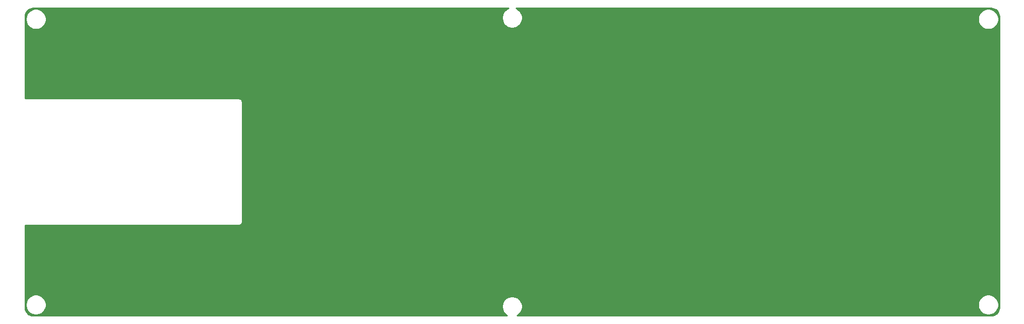
<source format=gbr>
G04 #@! TF.GenerationSoftware,KiCad,Pcbnew,(5.1.5)-3*
G04 #@! TF.CreationDate,2021-03-06T02:14:33+09:00*
G04 #@! TF.ProjectId,Kleine Gherkin,4b6c6569-6e65-4204-9768-65726b696e2e,rev?*
G04 #@! TF.SameCoordinates,Original*
G04 #@! TF.FileFunction,Copper,L1,Top*
G04 #@! TF.FilePolarity,Positive*
%FSLAX46Y46*%
G04 Gerber Fmt 4.6, Leading zero omitted, Abs format (unit mm)*
G04 Created by KiCad (PCBNEW (5.1.5)-3) date 2021-03-06 02:14:33*
%MOMM*%
%LPD*%
G04 APERTURE LIST*
%ADD10C,0.254000*%
G04 APERTURE END LIST*
D10*
G36*
X112178169Y-32262463D02*
G01*
X111894002Y-32452337D01*
X111652337Y-32694002D01*
X111462463Y-32978169D01*
X111331675Y-33293919D01*
X111265000Y-33629117D01*
X111265000Y-33970883D01*
X111331675Y-34306081D01*
X111462463Y-34621831D01*
X111652337Y-34905998D01*
X111894002Y-35147663D01*
X112178169Y-35337537D01*
X112493919Y-35468325D01*
X112829117Y-35535000D01*
X113170883Y-35535000D01*
X113506081Y-35468325D01*
X113821831Y-35337537D01*
X114105998Y-35147663D01*
X114347663Y-34905998D01*
X114537537Y-34621831D01*
X114668325Y-34306081D01*
X114735000Y-33970883D01*
X114735000Y-33829117D01*
X191265000Y-33829117D01*
X191265000Y-34170883D01*
X191331675Y-34506081D01*
X191462463Y-34821831D01*
X191652337Y-35105998D01*
X191894002Y-35347663D01*
X192178169Y-35537537D01*
X192493919Y-35668325D01*
X192829117Y-35735000D01*
X193170883Y-35735000D01*
X193506081Y-35668325D01*
X193821831Y-35537537D01*
X194105998Y-35347663D01*
X194347663Y-35105998D01*
X194537537Y-34821831D01*
X194668325Y-34506081D01*
X194735000Y-34170883D01*
X194735000Y-33829117D01*
X194668325Y-33493919D01*
X194537537Y-33178169D01*
X194347663Y-32894002D01*
X194105998Y-32652337D01*
X193821831Y-32462463D01*
X193506081Y-32331675D01*
X193170883Y-32265000D01*
X192829117Y-32265000D01*
X192493919Y-32331675D01*
X192178169Y-32462463D01*
X191894002Y-32652337D01*
X191652337Y-32894002D01*
X191462463Y-33178169D01*
X191331675Y-33493919D01*
X191265000Y-33829117D01*
X114735000Y-33829117D01*
X114735000Y-33629117D01*
X114668325Y-33293919D01*
X114537537Y-32978169D01*
X114347663Y-32694002D01*
X114105998Y-32452337D01*
X113821831Y-32262463D01*
X113634819Y-32185000D01*
X193466495Y-32185000D01*
X193754782Y-32213267D01*
X193999855Y-32287259D01*
X194225890Y-32407443D01*
X194424281Y-32569248D01*
X194587460Y-32766497D01*
X194709220Y-32991687D01*
X194784924Y-33236247D01*
X194815000Y-33522398D01*
X194815001Y-82466484D01*
X194786733Y-82754782D01*
X194712741Y-82999855D01*
X194592554Y-83225893D01*
X194430754Y-83424279D01*
X194233503Y-83587460D01*
X194008310Y-83709221D01*
X193763753Y-83784924D01*
X193477602Y-83815000D01*
X113855560Y-83815000D01*
X114105998Y-83647663D01*
X114347663Y-83405998D01*
X114537537Y-83121831D01*
X114668325Y-82806081D01*
X114735000Y-82470883D01*
X114735000Y-82129117D01*
X114675327Y-81829117D01*
X191265000Y-81829117D01*
X191265000Y-82170883D01*
X191331675Y-82506081D01*
X191462463Y-82821831D01*
X191652337Y-83105998D01*
X191894002Y-83347663D01*
X192178169Y-83537537D01*
X192493919Y-83668325D01*
X192829117Y-83735000D01*
X193170883Y-83735000D01*
X193506081Y-83668325D01*
X193821831Y-83537537D01*
X194105998Y-83347663D01*
X194347663Y-83105998D01*
X194537537Y-82821831D01*
X194668325Y-82506081D01*
X194735000Y-82170883D01*
X194735000Y-81829117D01*
X194668325Y-81493919D01*
X194537537Y-81178169D01*
X194347663Y-80894002D01*
X194105998Y-80652337D01*
X193821831Y-80462463D01*
X193506081Y-80331675D01*
X193170883Y-80265000D01*
X192829117Y-80265000D01*
X192493919Y-80331675D01*
X192178169Y-80462463D01*
X191894002Y-80652337D01*
X191652337Y-80894002D01*
X191462463Y-81178169D01*
X191331675Y-81493919D01*
X191265000Y-81829117D01*
X114675327Y-81829117D01*
X114668325Y-81793919D01*
X114537537Y-81478169D01*
X114347663Y-81194002D01*
X114105998Y-80952337D01*
X113821831Y-80762463D01*
X113506081Y-80631675D01*
X113170883Y-80565000D01*
X112829117Y-80565000D01*
X112493919Y-80631675D01*
X112178169Y-80762463D01*
X111894002Y-80952337D01*
X111652337Y-81194002D01*
X111462463Y-81478169D01*
X111331675Y-81793919D01*
X111265000Y-82129117D01*
X111265000Y-82470883D01*
X111331675Y-82806081D01*
X111462463Y-83121831D01*
X111652337Y-83405998D01*
X111894002Y-83647663D01*
X112144440Y-83815000D01*
X32533505Y-83815000D01*
X32245218Y-83786733D01*
X32000145Y-83712741D01*
X31774107Y-83592554D01*
X31575721Y-83430754D01*
X31412540Y-83233503D01*
X31290779Y-83008310D01*
X31215076Y-82763753D01*
X31185000Y-82477602D01*
X31185000Y-81829117D01*
X31265000Y-81829117D01*
X31265000Y-82170883D01*
X31331675Y-82506081D01*
X31462463Y-82821831D01*
X31652337Y-83105998D01*
X31894002Y-83347663D01*
X32178169Y-83537537D01*
X32493919Y-83668325D01*
X32829117Y-83735000D01*
X33170883Y-83735000D01*
X33506081Y-83668325D01*
X33821831Y-83537537D01*
X34105998Y-83347663D01*
X34347663Y-83105998D01*
X34537537Y-82821831D01*
X34668325Y-82506081D01*
X34735000Y-82170883D01*
X34735000Y-81829117D01*
X34668325Y-81493919D01*
X34537537Y-81178169D01*
X34347663Y-80894002D01*
X34105998Y-80652337D01*
X33821831Y-80462463D01*
X33506081Y-80331675D01*
X33170883Y-80265000D01*
X32829117Y-80265000D01*
X32493919Y-80331675D01*
X32178169Y-80462463D01*
X31894002Y-80652337D01*
X31652337Y-80894002D01*
X31462463Y-81178169D01*
X31331675Y-81493919D01*
X31265000Y-81829117D01*
X31185000Y-81829117D01*
X31185000Y-68685000D01*
X66966353Y-68685000D01*
X67000000Y-68688314D01*
X67134283Y-68675088D01*
X67263406Y-68635919D01*
X67382407Y-68572312D01*
X67486711Y-68486711D01*
X67572312Y-68382407D01*
X67635919Y-68263406D01*
X67675088Y-68134283D01*
X67685000Y-68033647D01*
X67688314Y-68000000D01*
X67685000Y-67966353D01*
X67685000Y-48033647D01*
X67688314Y-48000000D01*
X67675088Y-47865717D01*
X67635919Y-47736594D01*
X67572312Y-47617593D01*
X67486711Y-47513289D01*
X67382407Y-47427688D01*
X67263406Y-47364081D01*
X67134283Y-47324912D01*
X67033647Y-47315000D01*
X67000000Y-47311686D01*
X66966353Y-47315000D01*
X31185000Y-47315000D01*
X31185000Y-33829117D01*
X31265000Y-33829117D01*
X31265000Y-34170883D01*
X31331675Y-34506081D01*
X31462463Y-34821831D01*
X31652337Y-35105998D01*
X31894002Y-35347663D01*
X32178169Y-35537537D01*
X32493919Y-35668325D01*
X32829117Y-35735000D01*
X33170883Y-35735000D01*
X33506081Y-35668325D01*
X33821831Y-35537537D01*
X34105998Y-35347663D01*
X34347663Y-35105998D01*
X34537537Y-34821831D01*
X34668325Y-34506081D01*
X34735000Y-34170883D01*
X34735000Y-33829117D01*
X34668325Y-33493919D01*
X34537537Y-33178169D01*
X34347663Y-32894002D01*
X34105998Y-32652337D01*
X33821831Y-32462463D01*
X33506081Y-32331675D01*
X33170883Y-32265000D01*
X32829117Y-32265000D01*
X32493919Y-32331675D01*
X32178169Y-32462463D01*
X31894002Y-32652337D01*
X31652337Y-32894002D01*
X31462463Y-33178169D01*
X31331675Y-33493919D01*
X31265000Y-33829117D01*
X31185000Y-33829117D01*
X31185000Y-33533505D01*
X31213267Y-33245218D01*
X31287259Y-33000145D01*
X31407443Y-32774110D01*
X31569248Y-32575719D01*
X31766497Y-32412540D01*
X31991687Y-32290780D01*
X32236247Y-32215076D01*
X32522398Y-32185000D01*
X112365181Y-32185000D01*
X112178169Y-32262463D01*
G37*
X112178169Y-32262463D02*
X111894002Y-32452337D01*
X111652337Y-32694002D01*
X111462463Y-32978169D01*
X111331675Y-33293919D01*
X111265000Y-33629117D01*
X111265000Y-33970883D01*
X111331675Y-34306081D01*
X111462463Y-34621831D01*
X111652337Y-34905998D01*
X111894002Y-35147663D01*
X112178169Y-35337537D01*
X112493919Y-35468325D01*
X112829117Y-35535000D01*
X113170883Y-35535000D01*
X113506081Y-35468325D01*
X113821831Y-35337537D01*
X114105998Y-35147663D01*
X114347663Y-34905998D01*
X114537537Y-34621831D01*
X114668325Y-34306081D01*
X114735000Y-33970883D01*
X114735000Y-33829117D01*
X191265000Y-33829117D01*
X191265000Y-34170883D01*
X191331675Y-34506081D01*
X191462463Y-34821831D01*
X191652337Y-35105998D01*
X191894002Y-35347663D01*
X192178169Y-35537537D01*
X192493919Y-35668325D01*
X192829117Y-35735000D01*
X193170883Y-35735000D01*
X193506081Y-35668325D01*
X193821831Y-35537537D01*
X194105998Y-35347663D01*
X194347663Y-35105998D01*
X194537537Y-34821831D01*
X194668325Y-34506081D01*
X194735000Y-34170883D01*
X194735000Y-33829117D01*
X194668325Y-33493919D01*
X194537537Y-33178169D01*
X194347663Y-32894002D01*
X194105998Y-32652337D01*
X193821831Y-32462463D01*
X193506081Y-32331675D01*
X193170883Y-32265000D01*
X192829117Y-32265000D01*
X192493919Y-32331675D01*
X192178169Y-32462463D01*
X191894002Y-32652337D01*
X191652337Y-32894002D01*
X191462463Y-33178169D01*
X191331675Y-33493919D01*
X191265000Y-33829117D01*
X114735000Y-33829117D01*
X114735000Y-33629117D01*
X114668325Y-33293919D01*
X114537537Y-32978169D01*
X114347663Y-32694002D01*
X114105998Y-32452337D01*
X113821831Y-32262463D01*
X113634819Y-32185000D01*
X193466495Y-32185000D01*
X193754782Y-32213267D01*
X193999855Y-32287259D01*
X194225890Y-32407443D01*
X194424281Y-32569248D01*
X194587460Y-32766497D01*
X194709220Y-32991687D01*
X194784924Y-33236247D01*
X194815000Y-33522398D01*
X194815001Y-82466484D01*
X194786733Y-82754782D01*
X194712741Y-82999855D01*
X194592554Y-83225893D01*
X194430754Y-83424279D01*
X194233503Y-83587460D01*
X194008310Y-83709221D01*
X193763753Y-83784924D01*
X193477602Y-83815000D01*
X113855560Y-83815000D01*
X114105998Y-83647663D01*
X114347663Y-83405998D01*
X114537537Y-83121831D01*
X114668325Y-82806081D01*
X114735000Y-82470883D01*
X114735000Y-82129117D01*
X114675327Y-81829117D01*
X191265000Y-81829117D01*
X191265000Y-82170883D01*
X191331675Y-82506081D01*
X191462463Y-82821831D01*
X191652337Y-83105998D01*
X191894002Y-83347663D01*
X192178169Y-83537537D01*
X192493919Y-83668325D01*
X192829117Y-83735000D01*
X193170883Y-83735000D01*
X193506081Y-83668325D01*
X193821831Y-83537537D01*
X194105998Y-83347663D01*
X194347663Y-83105998D01*
X194537537Y-82821831D01*
X194668325Y-82506081D01*
X194735000Y-82170883D01*
X194735000Y-81829117D01*
X194668325Y-81493919D01*
X194537537Y-81178169D01*
X194347663Y-80894002D01*
X194105998Y-80652337D01*
X193821831Y-80462463D01*
X193506081Y-80331675D01*
X193170883Y-80265000D01*
X192829117Y-80265000D01*
X192493919Y-80331675D01*
X192178169Y-80462463D01*
X191894002Y-80652337D01*
X191652337Y-80894002D01*
X191462463Y-81178169D01*
X191331675Y-81493919D01*
X191265000Y-81829117D01*
X114675327Y-81829117D01*
X114668325Y-81793919D01*
X114537537Y-81478169D01*
X114347663Y-81194002D01*
X114105998Y-80952337D01*
X113821831Y-80762463D01*
X113506081Y-80631675D01*
X113170883Y-80565000D01*
X112829117Y-80565000D01*
X112493919Y-80631675D01*
X112178169Y-80762463D01*
X111894002Y-80952337D01*
X111652337Y-81194002D01*
X111462463Y-81478169D01*
X111331675Y-81793919D01*
X111265000Y-82129117D01*
X111265000Y-82470883D01*
X111331675Y-82806081D01*
X111462463Y-83121831D01*
X111652337Y-83405998D01*
X111894002Y-83647663D01*
X112144440Y-83815000D01*
X32533505Y-83815000D01*
X32245218Y-83786733D01*
X32000145Y-83712741D01*
X31774107Y-83592554D01*
X31575721Y-83430754D01*
X31412540Y-83233503D01*
X31290779Y-83008310D01*
X31215076Y-82763753D01*
X31185000Y-82477602D01*
X31185000Y-81829117D01*
X31265000Y-81829117D01*
X31265000Y-82170883D01*
X31331675Y-82506081D01*
X31462463Y-82821831D01*
X31652337Y-83105998D01*
X31894002Y-83347663D01*
X32178169Y-83537537D01*
X32493919Y-83668325D01*
X32829117Y-83735000D01*
X33170883Y-83735000D01*
X33506081Y-83668325D01*
X33821831Y-83537537D01*
X34105998Y-83347663D01*
X34347663Y-83105998D01*
X34537537Y-82821831D01*
X34668325Y-82506081D01*
X34735000Y-82170883D01*
X34735000Y-81829117D01*
X34668325Y-81493919D01*
X34537537Y-81178169D01*
X34347663Y-80894002D01*
X34105998Y-80652337D01*
X33821831Y-80462463D01*
X33506081Y-80331675D01*
X33170883Y-80265000D01*
X32829117Y-80265000D01*
X32493919Y-80331675D01*
X32178169Y-80462463D01*
X31894002Y-80652337D01*
X31652337Y-80894002D01*
X31462463Y-81178169D01*
X31331675Y-81493919D01*
X31265000Y-81829117D01*
X31185000Y-81829117D01*
X31185000Y-68685000D01*
X66966353Y-68685000D01*
X67000000Y-68688314D01*
X67134283Y-68675088D01*
X67263406Y-68635919D01*
X67382407Y-68572312D01*
X67486711Y-68486711D01*
X67572312Y-68382407D01*
X67635919Y-68263406D01*
X67675088Y-68134283D01*
X67685000Y-68033647D01*
X67688314Y-68000000D01*
X67685000Y-67966353D01*
X67685000Y-48033647D01*
X67688314Y-48000000D01*
X67675088Y-47865717D01*
X67635919Y-47736594D01*
X67572312Y-47617593D01*
X67486711Y-47513289D01*
X67382407Y-47427688D01*
X67263406Y-47364081D01*
X67134283Y-47324912D01*
X67033647Y-47315000D01*
X67000000Y-47311686D01*
X66966353Y-47315000D01*
X31185000Y-47315000D01*
X31185000Y-33829117D01*
X31265000Y-33829117D01*
X31265000Y-34170883D01*
X31331675Y-34506081D01*
X31462463Y-34821831D01*
X31652337Y-35105998D01*
X31894002Y-35347663D01*
X32178169Y-35537537D01*
X32493919Y-35668325D01*
X32829117Y-35735000D01*
X33170883Y-35735000D01*
X33506081Y-35668325D01*
X33821831Y-35537537D01*
X34105998Y-35347663D01*
X34347663Y-35105998D01*
X34537537Y-34821831D01*
X34668325Y-34506081D01*
X34735000Y-34170883D01*
X34735000Y-33829117D01*
X34668325Y-33493919D01*
X34537537Y-33178169D01*
X34347663Y-32894002D01*
X34105998Y-32652337D01*
X33821831Y-32462463D01*
X33506081Y-32331675D01*
X33170883Y-32265000D01*
X32829117Y-32265000D01*
X32493919Y-32331675D01*
X32178169Y-32462463D01*
X31894002Y-32652337D01*
X31652337Y-32894002D01*
X31462463Y-33178169D01*
X31331675Y-33493919D01*
X31265000Y-33829117D01*
X31185000Y-33829117D01*
X31185000Y-33533505D01*
X31213267Y-33245218D01*
X31287259Y-33000145D01*
X31407443Y-32774110D01*
X31569248Y-32575719D01*
X31766497Y-32412540D01*
X31991687Y-32290780D01*
X32236247Y-32215076D01*
X32522398Y-32185000D01*
X112365181Y-32185000D01*
X112178169Y-32262463D01*
M02*

</source>
